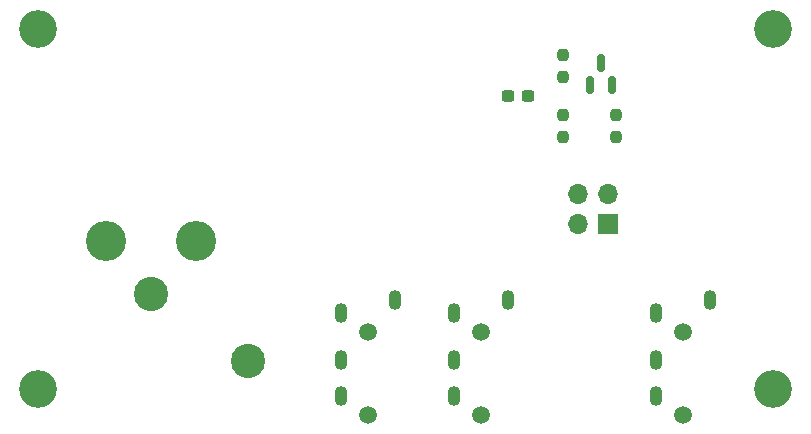
<source format=gbr>
%TF.GenerationSoftware,KiCad,Pcbnew,6.0.7-f9a2dced07~116~ubuntu20.04.1*%
%TF.CreationDate,2022-08-02T17:22:42-07:00*%
%TF.ProjectId,MicPreampTest,4d696350-7265-4616-9d70-546573742e6b,rev?*%
%TF.SameCoordinates,Original*%
%TF.FileFunction,Soldermask,Top*%
%TF.FilePolarity,Negative*%
%FSLAX46Y46*%
G04 Gerber Fmt 4.6, Leading zero omitted, Abs format (unit mm)*
G04 Created by KiCad (PCBNEW 6.0.7-f9a2dced07~116~ubuntu20.04.1) date 2022-08-02 17:22:42*
%MOMM*%
%LPD*%
G01*
G04 APERTURE LIST*
G04 Aperture macros list*
%AMRoundRect*
0 Rectangle with rounded corners*
0 $1 Rounding radius*
0 $2 $3 $4 $5 $6 $7 $8 $9 X,Y pos of 4 corners*
0 Add a 4 corners polygon primitive as box body*
4,1,4,$2,$3,$4,$5,$6,$7,$8,$9,$2,$3,0*
0 Add four circle primitives for the rounded corners*
1,1,$1+$1,$2,$3*
1,1,$1+$1,$4,$5*
1,1,$1+$1,$6,$7*
1,1,$1+$1,$8,$9*
0 Add four rect primitives between the rounded corners*
20,1,$1+$1,$2,$3,$4,$5,0*
20,1,$1+$1,$4,$5,$6,$7,0*
20,1,$1+$1,$6,$7,$8,$9,0*
20,1,$1+$1,$8,$9,$2,$3,0*%
G04 Aperture macros list end*
%ADD10C,3.200000*%
%ADD11R,1.700000X1.700000*%
%ADD12O,1.700000X1.700000*%
%ADD13RoundRect,0.237500X-0.237500X0.250000X-0.237500X-0.250000X0.237500X-0.250000X0.237500X0.250000X0*%
%ADD14RoundRect,0.150000X0.150000X-0.587500X0.150000X0.587500X-0.150000X0.587500X-0.150000X-0.587500X0*%
%ADD15O,1.100000X1.700000*%
%ADD16C,1.500000*%
%ADD17C,3.400000*%
%ADD18C,2.900000*%
%ADD19RoundRect,0.237500X-0.300000X-0.237500X0.300000X-0.237500X0.300000X0.237500X-0.300000X0.237500X0*%
G04 APERTURE END LIST*
D10*
%TO.C,REF\u002A\u002A*%
X86360000Y-91440000D03*
%TD*%
%TO.C,REF\u002A\u002A*%
X86360000Y-60960000D03*
%TD*%
%TO.C,REF\u002A\u002A*%
X148590000Y-60960000D03*
%TD*%
%TO.C,REF\u002A\u002A*%
X148590000Y-91440000D03*
%TD*%
D11*
%TO.C,J2*%
X134625000Y-77475000D03*
D12*
X132085000Y-77475000D03*
X134625000Y-74935000D03*
X132085000Y-74935000D03*
%TD*%
D13*
%TO.C,R3*%
X135255000Y-68302500D03*
X135255000Y-70127500D03*
%TD*%
%TO.C,R2*%
X130810000Y-68302500D03*
X130810000Y-70127500D03*
%TD*%
%TO.C,R1*%
X130810000Y-63222500D03*
X130810000Y-65047500D03*
%TD*%
D14*
%TO.C,Q1*%
X133035000Y-65707500D03*
X134935000Y-65707500D03*
X133985000Y-63832500D03*
%TD*%
D15*
%TO.C,J5*%
X112000000Y-92050000D03*
X112000000Y-89050000D03*
X112000000Y-85050000D03*
X116600000Y-83950000D03*
D16*
X114300000Y-93650000D03*
X114300000Y-86650000D03*
%TD*%
D15*
%TO.C,J4*%
X138670000Y-92050000D03*
X138670000Y-89050000D03*
X138670000Y-85050000D03*
X143270000Y-83950000D03*
D16*
X140970000Y-93650000D03*
X140970000Y-86650000D03*
%TD*%
D15*
%TO.C,J3*%
X121525000Y-92050000D03*
X121525000Y-89050000D03*
X121525000Y-85050000D03*
X126125000Y-83950000D03*
D16*
X123825000Y-93650000D03*
X123825000Y-86650000D03*
%TD*%
D17*
%TO.C,J1*%
X99695000Y-78960000D03*
X92075000Y-78960000D03*
D18*
X95885000Y-83410000D03*
X104135000Y-89120000D03*
%TD*%
D19*
%TO.C,C1*%
X126137500Y-66675000D03*
X127862500Y-66675000D03*
%TD*%
M02*

</source>
